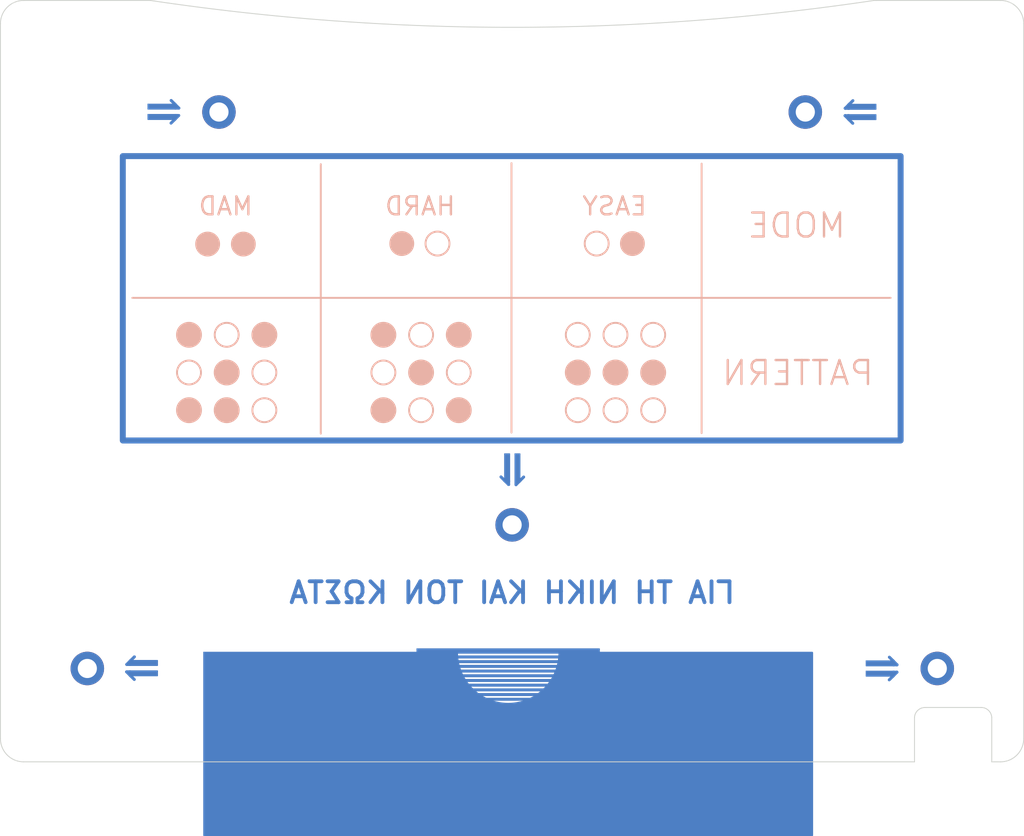
<source format=kicad_pcb>
(kicad_pcb (version 20221018) (generator pcbnew)
  (layers (0 "F.Cu" signal) (31 "B.Cu" signal) (34 "B.Paste" user) (35 "F.Paste" user) (36 "B.SilkS" user "B.Silkscreen") (37 "F.SilkS" user "F.Silkscreen") (38 "B.Mask" user) (39 "F.Mask" user) (44 "Edge.Cuts" user))
  (net 0 "")
  (footprint "MountingHole:MountingHole_3.2mm_M3_DIN965_Pad" (layer "F.Cu") (at 42 148)
    (fp_text reference "REF**" hide)
    (fp_text value "MountingHole_3.2mm_M3_DIN965_Pad" hide)
    (pad "1" thru_hole circle (at 0 0) (size 5.6 5.6) (drill 3.2) (layers "*.Cu" "*.Mask"))
  )
  (footprint "MountingHole:MountingHole_3.2mm_M3_DIN965_Pad" (layer "F.Cu") (at 64 55)
    (fp_text reference "REF**" hide)
    (fp_text value "MountingHole_3.2mm_M3_DIN965_Pad" hide)
    (pad "1" thru_hole circle (at 0 0) (size 5.6 5.6) (drill 3.2) (layers "*.Cu" "*.Mask"))
  )
  (footprint "MountingHole:MountingHole_3.2mm_M3_DIN965_Pad" (layer "F.Cu") (at 113 124)
    (fp_text reference "REF**" hide)
    (fp_text value "MountingHole_3.2mm_M3_DIN965_Pad" hide)
    (pad "1" thru_hole circle (at 0 0) (size 5.6 5.6) (drill 3.2) (layers "*.Cu" "*.Mask"))
  )
  (footprint "MountingHole:MountingHole_3.2mm_M3_DIN965_Pad" (layer "F.Cu") (at 184.058 148)
    (fp_text reference "REF**" hide)
    (fp_text value "MountingHole_3.2mm_M3_DIN965_Pad" hide)
    (pad "1" thru_hole circle (at 0 0) (size 5.6 5.6) (drill 3.2) (layers "*.Cu" "*.Mask"))
  )
  (footprint "MountingHole:MountingHole_3.2mm_M3_DIN965_Pad" (layer "F.Cu") (at 162 55)
    (fp_text reference "REF**" hide)
    (fp_text value "MountingHole_3.2mm_M3_DIN965_Pad" hide)
    (pad "1" thru_hole circle (at 0 0) (size 5.6 5.6) (drill 3.2) (layers "*.Cu" "*.Mask"))
  )
  (gr_line (start 120.8475 146.074445) (end 103.9725 146.074445) (stroke (width 0.5)) (layer "B.Cu"))
  (gr_line (start 168.65 55.6052) (end 169.25 55.6052) (stroke (width 0.5)) (layer "B.Cu"))
  (gr_line (start 104.0225 146.86) (end 120.7975 146.86) (stroke (width 0.5)) (layer "B.Cu"))
  (gr_line (start 56.71 56.1348) (end 55.99 56.8548) (stroke (width 0.5)) (layer "B.Cu"))
  (gr_line (start 168.67 54.3752) (end 169.27 54.3752) (stroke (width 0.5)) (layer "B.Cu"))
  (gr_rect (start 53.73 149.225) (end 49.055 148.3846) (stroke (width 0.15)) (fill solid) (layer "B.Cu"))
  (gr_line (start 169.23 53.8152) (end 169.95 53.0952) (stroke (width 0.5)) (layer "B.Cu"))
  (gr_line (start 108.082481 153.144445) (end 116.782481 153.144445) (stroke (width 0.5)) (layer "B.Cu"))
  (gr_line (start 56.73 53.7848) (end 56.01 53.0648) (stroke (width 0.5)) (layer "B.Cu"))
  (gr_line (start 120.6625 147.645555) (end 104.1625 147.645555) (stroke (width 0.5)) (layer "B.Cu"))
  (gr_line (start 48.57 148.56) (end 49.29 149.28) (stroke (width 0.5)) (layer "B.Cu"))
  (gr_line (start 168.67 54.3752) (end 169.39 53.6552) (stroke (width 0.5)) (layer "B.Cu"))
  (gr_line (start 57.27 55.5748) (end 56.55 56.2948) (stroke (width 0.5)) (layer "B.Cu"))
  (gr_line (start 48.59 147.33) (end 49.31 146.61) (stroke (width 0.5)) (layer "B.Cu"))
  (gr_line (start 57.27 55.5748) (end 56.67 55.5748) (stroke (width 0.5)) (layer "B.Cu"))
  (gr_poly (pts (xy 120.842481 145.314445) (xy 163.092481 145.364445) (xy 163.142481 175.884445) (xy 61.522481 175.864445) (xy 61.542481 145.394445) (xy 103.822481 145.364445) (xy 103.852481 146.744445) (xy 104.532481 148.904445) (xy 105.772481 150.874445) (xy 107.052481 152.104445) (xy 108.622481 153.084445) (xy 110.682481 153.794445) (xy 112.022481 153.944445) (xy 113.612481 153.864445) (xy 115.792481 153.224445) (xy 117.622481 152.134445) (xy 118.812481 150.974445) (xy 119.782481 149.654445) (xy 120.442481 148.194445) (xy 120.822481 146.924445) (xy 120.882481 145.804445)) (stroke (width 0.15)) (fill solid) (layer "B.Cu"))
  (gr_line (start 111.8552 116.7) (end 111.1352 115.98) (stroke (width 0.5)) (layer "B.Cu"))
  (gr_line (start 113.6452 117.28) (end 113.6452 116.68) (stroke (width 0.5)) (layer "B.Cu"))
  (gr_rect (start 173.81 56.2702) (end 169.135 55.4298) (stroke (width 0.15)) (fill solid) (layer "B.Cu"))
  (gr_line (start 48.59 147.33) (end 49.19 147.33) (stroke (width 0.5)) (layer "B.Cu"))
  (gr_rect (start 112.5904 112.12) (end 111.74 116.795) (stroke (width 0.15)) (fill solid) (layer "B.Cu"))
  (gr_line (start 48.57 148.56) (end 49.17 148.56) (stroke (width 0.5)) (layer "B.Cu"))
  (gr_rect (start 52.13 55.3996) (end 56.805 56.25) (stroke (width 0.15)) (fill solid) (layer "B.Cu"))
  (gr_line (start 169.21 56.1652) (end 169.93 56.8852) (stroke (width 0.5)) (layer "B.Cu"))
  (gr_rect (start 52.13 53.6798) (end 56.805 54.5202) (stroke (width 0.15)) (fill solid) (layer "B.Cu"))
  (gr_rect (start 47.929429 62.3675) (end 177.929429 109.8975) (stroke (width 1)) (fill none) (layer "B.Cu"))
  (gr_line (start 112.4152 117.26) (end 111.6952 116.54) (stroke (width 0.5)) (layer "B.Cu"))
  (gr_line (start 104.3625 148.43111) (end 120.4025 148.43111) (stroke (width 0.5)) (layer "B.Cu"))
  (gr_line (start 49.13 149.12) (end 49.85 149.84) (stroke (width 0.5)) (layer "B.Cu"))
  (gr_line (start 176.75 149.18) (end 176.03 149.9) (stroke (width 0.5)) (layer "B.Cu"))
  (gr_line (start 177.31 148.62) (end 176.71 148.62) (stroke (width 0.5)) (layer "B.Cu"))
  (gr_line (start 168.65 55.6052) (end 169.37 56.3252) (stroke (width 0.5)) (layer "B.Cu"))
  (gr_line (start 114.2052 116.72) (end 114.9252 116) (stroke (width 0.5)) (layer "B.Cu"))
  (gr_line (start 177.33 147.39) (end 176.61 146.67) (stroke (width 0.5)) (layer "B.Cu"))
  (gr_line (start 177.31 148.62) (end 176.59 149.34) (stroke (width 0.5)) (layer "B.Cu"))
  (gr_rect (start 172.17 148.4448) (end 176.845 149.2952) (stroke (width 0.15)) (fill solid) (layer "B.Cu"))
  (gr_line (start 112.4152 117.26) (end 112.4152 116.66) (stroke (width 0.5)) (layer "B.Cu"))
  (gr_line (start 113.6452 117.28) (end 114.3652 116.56) (stroke (width 0.5)) (layer "B.Cu"))
  (gr_line (start 177.33 147.39) (end 176.73 147.39) (stroke (width 0.5)) (layer "B.Cu"))
  (gr_rect (start 173.81 54.5504) (end 169.135 53.7) (stroke (width 0.15)) (fill solid) (layer "B.Cu"))
  (gr_rect (start 114.3102 112.12) (end 113.4698 116.795) (stroke (width 0.15)) (fill solid) (layer "B.Cu"))
  (gr_rect (start 53.73 147.5052) (end 49.055 146.6548) (stroke (width 0.15)) (fill solid) (layer "B.Cu"))
  (gr_line (start 119.2125 150.787775) (end 105.5625 150.787775) (stroke (width 0.5)) (layer "B.Cu"))
  (gr_arc (start 120.897499 145.369445) (mid 112.335 153.894471) (end 103.797464 145.344445) (stroke (width 0.32)) (layer "B.Cu"))
  (gr_rect (start 97.087481 144.709045) (end 127.587481 145.364445) (stroke (width 0.15)) (fill solid) (layer "B.Cu"))
  (gr_line (start 57.29 54.3448) (end 56.69 54.3448) (stroke (width 0.5)) (layer "B.Cu"))
  (gr_line (start 176.77 146.83) (end 176.05 146.11) (stroke (width 0.5)) (layer "B.Cu"))
  (gr_line (start 49.15 146.77) (end 49.87 146.05) (stroke (width 0.5)) (layer "B.Cu"))
  (gr_rect (start 61.532481 145.364445) (end 163.142481 175.874445) (stroke (width 0.32)) (fill none) (layer "B.Cu"))
  (gr_line (start 105.0625 150.00222) (end 119.7145 150.00222) (stroke (width 0.5)) (layer "B.Cu"))
  (gr_line (start 57.29 54.3448) (end 56.57 53.6248) (stroke (width 0.5)) (layer "B.Cu"))
  (gr_rect (start 172.17 146.725) (end 176.845 147.5654) (stroke (width 0.15)) (fill solid) (layer "B.Cu"))
  (gr_line (start 106.2125 151.57333) (end 118.5625 151.57333) (stroke (width 0.5)) (layer "B.Cu"))
  (gr_line (start 117.7625 152.358885) (end 106.9825 152.358885) (stroke (width 0.5)) (layer "B.Cu"))
  (gr_line (start 120.1125 149.216665) (end 104.6625 149.216665) (stroke (width 0.5)) (layer "B.Cu"))
  (gr_circle (center 91.483 98.5325) (end 89.658 99.3575) (stroke (width 0.32)) (fill none) (layer "B.SilkS"))
  (gr_circle (center 71.591929 104.8325) (end 70.766929 103.0075) (stroke (width 0.32)) (fill none) (layer "B.SilkS"))
  (gr_circle (center 100.527785 76.9825) (end 98.702785 77.8075) (stroke (width 0.32)) (fill none) (layer "B.SilkS"))
  (gr_circle (center 136.574072 98.5325) (end 135.749072 96.7075) (stroke (width 0.32)) (fill solid) (layer "B.SilkS"))
  (gr_circle (center 123.974072 104.8325) (end 122.149072 105.6575) (stroke (width 0.32)) (fill none) (layer "B.SilkS"))
  (gr_circle (center 94.555595 76.9825) (end 92.730595 77.8075) (stroke (width 0.15)) (fill solid) (layer "B.SilkS"))
  (gr_circle (center 97.783 98.5325) (end 95.958 99.3575) (stroke (width 0.32)) (fill solid) (layer "B.SilkS"))
  (gr_circle (center 58.991929 92.2325) (end 57.166929 93.0575) (stroke (width 0.32)) (fill solid) (layer "B.SilkS"))
  (gr_circle (center 65.291929 104.8325) (end 63.466929 105.6575) (stroke (width 0.32)) (fill solid) (layer "B.SilkS"))
  (gr_circle (center 62.107024 77.0675) (end 60.282024 77.8925) (stroke (width 0.15)) (fill solid) (layer "B.SilkS"))
  (gr_circle (center 130.274072 104.8325) (end 128.449072 105.6575) (stroke (width 0.32)) (fill none) (layer "B.SilkS"))
  (gr_circle (center 104.083 104.8325) (end 103.258 103.0075) (stroke (width 0.32)) (fill solid) (layer "B.SilkS"))
  (gr_line (start 176.257 86.0575) (end 49.523 86.0575) (stroke (width 0.32)) (layer "B.SilkS"))
  (gr_circle (center 58.991929 98.5325) (end 57.166929 99.3575) (stroke (width 0.32)) (fill none) (layer "B.SilkS"))
  (gr_circle (center 133.103857 76.9825) (end 131.278857 77.8075) (stroke (width 0.15)) (fill solid) (layer "B.SilkS"))
  (gr_circle (center 130.274072 92.2325) (end 128.449072 93.0575) (stroke (width 0.32)) (fill none) (layer "B.SilkS"))
  (gr_circle (center 91.483 92.2325) (end 89.658 93.0575) (stroke (width 0.32)) (fill solid) (layer "B.SilkS"))
  (gr_circle (center 91.483 104.8325) (end 89.658 105.6575) (stroke (width 0.32)) (fill solid) (layer "B.SilkS"))
  (gr_circle (center 97.783 92.2325) (end 95.958 93.0575) (stroke (width 0.32)) (fill none) (layer "B.SilkS"))
  (gr_circle (center 65.291929 98.5325) (end 63.466929 99.3575) (stroke (width 0.32)) (fill solid) (layer "B.SilkS"))
  (gr_line (start 144.666929 63.6325) (end 144.666929 108.6575) (stroke (width 0.32)) (layer "B.SilkS"))
  (gr_circle (center 65.291929 92.2325) (end 63.466929 93.0575) (stroke (width 0.32)) (fill none) (layer "B.SilkS"))
  (gr_circle (center 71.591929 92.2325) (end 70.766929 90.4075) (stroke (width 0.32)) (fill solid) (layer "B.SilkS"))
  (gr_circle (center 123.974072 98.5325) (end 122.149072 99.3575) (stroke (width 0.32)) (fill solid) (layer "B.SilkS"))
  (gr_line (start 112.89 63.545) (end 112.89 108.57) (stroke (width 0.32)) (layer "B.SilkS"))
  (gr_circle (center 136.574072 104.8325) (end 135.749072 103.0075) (stroke (width 0.32)) (fill none) (layer "B.SilkS"))
  (gr_circle (center 104.083 92.2325) (end 103.258 90.4075) (stroke (width 0.32)) (fill solid) (layer "B.SilkS"))
  (gr_circle (center 97.783 104.8325) (end 95.958 105.6575) (stroke (width 0.32)) (fill none) (layer "B.SilkS"))
  (gr_circle (center 123.974072 92.2325) (end 122.149072 93.0575) (stroke (width 0.32)) (fill none) (layer "B.SilkS"))
  (gr_circle (center 104.083 98.5325) (end 103.258 96.7075) (stroke (width 0.32)) (fill none) (layer "B.SilkS"))
  (gr_circle (center 58.991929 104.8325) (end 57.166929 105.6575) (stroke (width 0.32)) (fill solid) (layer "B.SilkS"))
  (gr_line (start 81.016929 63.72) (end 81.016929 108.745) (stroke (width 0.32)) (layer "B.SilkS"))
  (gr_circle (center 136.574072 92.2325) (end 135.749072 90.4075) (stroke (width 0.32)) (fill none) (layer "B.SilkS"))
  (gr_circle (center 127.131667 76.9825) (end 125.306667 77.8075) (stroke (width 0.32)) (fill none) (layer "B.SilkS"))
  (gr_circle (center 130.274072 98.5325) (end 128.449072 99.3575) (stroke (width 0.32)) (fill solid) (layer "B.SilkS"))
  (gr_circle (center 71.591929 98.5325) (end 70.766929 96.7075) (stroke (width 0.32)) (fill none) (layer "B.SilkS"))
  (gr_circle (center 68.079214 77.0675) (end 66.254214 77.8925) (stroke (width 0.15)) (fill solid) (layer "B.SilkS"))
  (gr_line (start 198.5 40.225) (end 198.5 159.727959) (stroke (width 0.15)) (layer "Edge.Cuts"))
  (gr_arc (start 173.485 36.35) (mid 113.016532 40.842776) (end 52.548063 36.35) (stroke (width 0.15)) (layer "Edge.Cuts"))
  (gr_line (start 173.485 36.35) (end 194.625 36.35) (stroke (width 0.15)) (layer "Edge.Cuts"))
  (gr_line (start 27.48 159.727959) (end 27.48 40.225) (stroke (width 0.15)) (layer "Edge.Cuts"))
  (gr_line (start 182.01 154.517822) (end 191.4 154.517822) (stroke (width 0.15)) (layer "Edge.Cuts"))
  (gr_arc (start 198.5 159.727959) (mid 197.365039 162.467998) (end 194.625 163.602959) (stroke (width 0.15)) (layer "Edge.Cuts"))
  (gr_arc (start 194.625 36.35) (mid 197.365039 37.484961) (end 198.5 40.225) (stroke (width 0.15)) (layer "Edge.Cuts"))
  (gr_arc (start 27.48 40.225) (mid 28.614961 37.484961) (end 31.355 36.35) (stroke (width 0.15)) (layer "Edge.Cuts"))
  (gr_line (start 180.25 163.6) (end 31.355 163.602959) (stroke (width 0.15)) (layer "Edge.Cuts"))
  (gr_arc (start 180.250001 156.182741) (mid 180.79863 154.999978) (end 182.01 154.517822) (stroke (width 0.15)) (layer "Edge.Cuts"))
  (gr_line (start 31.355 36.35) (end 52.548063 36.35) (stroke (width 0.15)) (layer "Edge.Cuts"))
  (gr_line (start 193.16 163.6) (end 193.159999 156.182741) (stroke (width 0.15)) (layer "Edge.Cuts"))
  (gr_line (start 193.16 163.6) (end 194.625 163.602959) (stroke (width 0.15)) (layer "Edge.Cuts"))
  (gr_arc (start 191.4 154.517822) (mid 192.611373 154.999983) (end 193.159999 156.182741) (stroke (width 0.15)) (layer "Edge.Cuts"))
  (gr_arc (start 31.355 163.602959) (mid 28.614961 162.467998) (end 27.48 159.727959) (stroke (width 0.15)) (layer "Edge.Cuts"))
  (gr_line (start 180.25 163.6) (end 180.25 156.182741) (stroke (width 0.15)) (layer "Edge.Cuts"))
  (gr_text "ΓΙΑ ΤΗ ΝΙΚΗ ΚΑΙ ΤΟΝ ΚΩΣΤΑ" (at 112.99 135.34) (layer "B.Cu") (effects (font (size 3.5 3.5) (thickness 0.64) bold) (justify mirror)))
  (gr_text "PATTERN" (at 173.683 100.9575) (layer "B.SilkS") (effects (font (size 4 4) (thickness 0.4)) (justify left bottom mirror)))
  (gr_text "HARD" (at 103.741333 72.4825) (layer "B.SilkS") (effects (font (size 3 3) (thickness 0.4)) (justify left bottom mirror)))
  (gr_text "MODE" (at 169.008 76.3075) (layer "B.SilkS") (effects (font (size 4 4) (thickness 0.4)) (justify left bottom mirror)))
  (gr_text "EASY" (at 135.732406 72.4825) (layer "B.SilkS") (effects (font (size 3 3) (thickness 0.4)) (justify left bottom mirror)))
  (gr_text "MAD" (at 69.893119 72.4825) (layer "B.SilkS") (effects (font (size 3 3) (thickness 0.4)) (justify left bottom mirror)))
)
</source>
